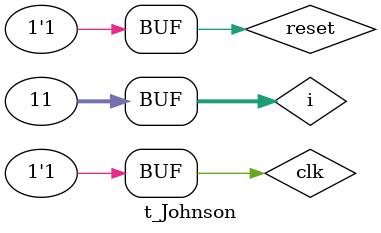
<source format=v>
`timescale 1ns/1ps
module t_Johnson;
reg clk,reset;
wire [3:0] A;

Johnson J(.clk(clk),.reset(reset),.A(A));

integer i;

initial
begin
reset=0;
#2
$dumpfile("Johnson.vcd");
$dumpvars(clk,A);
reset=1;

clk=0;
for(i=0;i<=10;i++)
#5 clk=~clk;
end
 

initial
$monitor("%4b",A);

endmodule
</source>
